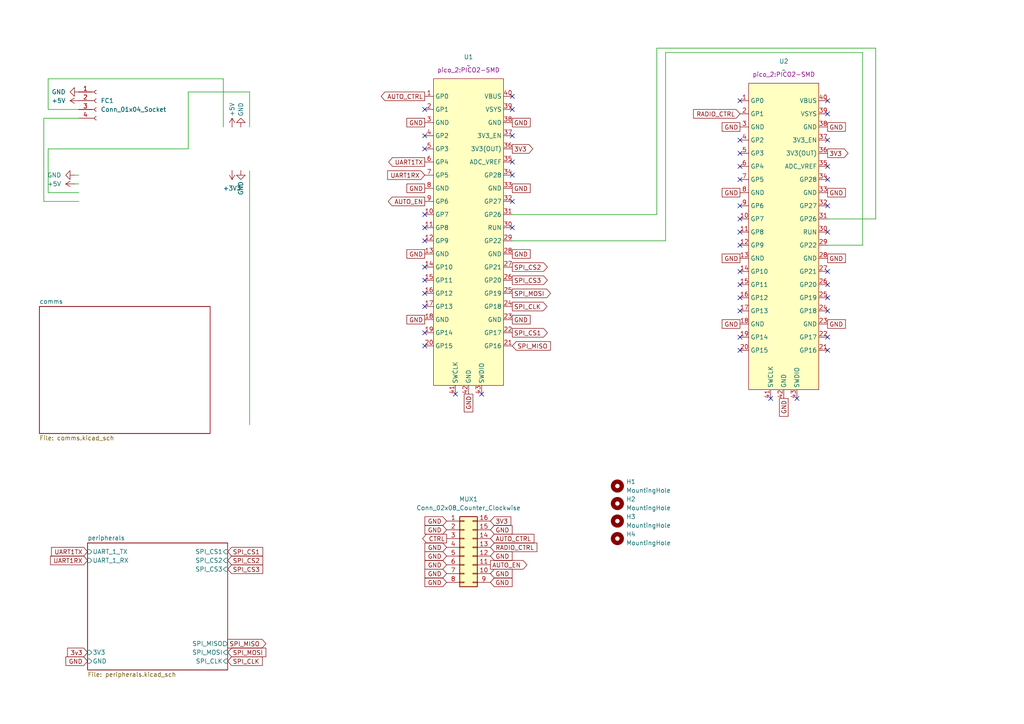
<source format=kicad_sch>
(kicad_sch (version 20250114) (generator "eeschema") (generator_version "9.0")
  (paper "A4")
  (title_block (title "aeronode") (date "2025-04-18") (rev "0.1") (company "Moonlit Garage, Inc"))
  (lib_symbols
    (symbol "Connector:Conn_01x04_Socket" (pin_names (offset 1.016) (hide yes))
      (property "Reference" "J" (at 0 5.08 0))
      (property "Value" "Conn_01x04_Socket" (at 0 -7.62 0))
      (symbol "Conn_01x04_Socket_1_1"
        (polyline (pts (xy -1.27 2.54) (xy -0.508 2.54)) (stroke (width 0.1524)))
        (polyline (pts (xy -1.27 0) (xy -0.508 0)) (stroke (width 0.1524)))
        (polyline (pts (xy -1.27 -2.54) (xy -0.508 -2.54)) (stroke (width 0.1524)))
        (polyline (pts (xy -1.27 -5.08) (xy -0.508 -5.08)) (stroke (width 0.1524)))
        (arc (start 0 2.032) (mid -0.5058 2.54) (end 0 3.048) (stroke (width 0.1524)))
        (arc (start 0 -0.508) (mid -0.5058 0) (end 0 0.508) (stroke (width 0.1524)))
        (arc (start 0 -3.048) (mid -0.5058 -2.54) (end 0 -2.032) (stroke (width 0.1524)))
        (arc (start 0 -5.588) (mid -0.5058 -5.08) (end 0 -4.572) (stroke (width 0.1524)))
        (pin passive line (at -5.08 2.54 0) (length 3.81) (name "Pin_1") (number "1"))
        (pin passive line (at -5.08 0 0) (length 3.81) (name "Pin_2") (number "2"))
        (pin passive line (at -5.08 -2.54 0) (length 3.81) (name "Pin_3") (number "3"))
        (pin passive line (at -5.08 -5.08 0) (length 3.81) (name "Pin_4") (number "4"))
      )
    )
    (symbol "Connector_Generic:Conn_02x08_Counter_Clockwise" (pin_names (offset 1.016) (hide yes))
      (property "Reference" "J" (at 1.27 10.16 0))
      (property "Value" "Conn_02x08_Counter_Clockwise" (at 1.27 -12.7 0))
      (symbol "Conn_02x08_Counter_Clockwise_1_1"
        (rectangle (start -1.27 8.89) (end 3.81 -11.43) (stroke (width 0.254)) (fill (type background)))
        (rectangle (start -1.27 7.747) (end 0 7.493) (stroke (width 0.1524)))
        (rectangle (start -1.27 5.207) (end 0 4.953) (stroke (width 0.1524)))
        (rectangle (start -1.27 2.667) (end 0 2.413) (stroke (width 0.1524)))
        (rectangle (start -1.27 0.127) (end 0 -0.127) (stroke (width 0.1524)))
        (rectangle (start -1.27 -2.413) (end 0 -2.667) (stroke (width 0.1524)))
        (rectangle (start -1.27 -4.953) (end 0 -5.207) (stroke (width 0.1524)))
        (rectangle (start -1.27 -7.493) (end 0 -7.747) (stroke (width 0.1524)))
        (rectangle (start -1.27 -10.033) (end 0 -10.287) (stroke (width 0.1524)))
        (rectangle (start 3.81 7.747) (end 2.54 7.493) (stroke (width 0.1524)))
        (rectangle (start 3.81 5.207) (end 2.54 4.953) (stroke (width 0.1524)))
        (rectangle (start 3.81 2.667) (end 2.54 2.413) (stroke (width 0.1524)))
        (rectangle (start 3.81 0.127) (end 2.54 -0.127) (stroke (width 0.1524)))
        (rectangle (start 3.81 -2.413) (end 2.54 -2.667) (stroke (width 0.1524)))
        (rectangle (start 3.81 -4.953) (end 2.54 -5.207) (stroke (width 0.1524)))
        (rectangle (start 3.81 -7.493) (end 2.54 -7.747) (stroke (width 0.1524)))
        (rectangle (start 3.81 -10.033) (end 2.54 -10.287) (stroke (width 0.1524)))
        (pin passive line (at -5.08 7.62 0) (length 3.81) (name "Pin_1") (number "1"))
        (pin passive line (at -5.08 5.08 0) (length 3.81) (name "Pin_2") (number "2"))
        (pin passive line (at -5.08 2.54 0) (length 3.81) (name "Pin_3") (number "3"))
        (pin passive line (at -5.08 0 0) (length 3.81) (name "Pin_4") (number "4"))
        (pin passive line (at -5.08 -2.54 0) (length 3.81) (name "Pin_5") (number "5"))
        (pin passive line (at -5.08 -5.08 0) (length 3.81) (name "Pin_6") (number "6"))
        (pin passive line (at -5.08 -7.62 0) (length 3.81) (name "Pin_7") (number "7"))
        (pin passive line (at -5.08 -10.16 0) (length 3.81) (name "Pin_8") (number "8"))
        (pin passive line (at 7.62 7.62 180) (length 3.81) (name "Pin_16") (number "16"))
        (pin passive line (at 7.62 5.08 180) (length 3.81) (name "Pin_15") (number "15"))
        (pin passive line (at 7.62 2.54 180) (length 3.81) (name "Pin_14") (number "14"))
        (pin passive line (at 7.62 0 180) (length 3.81) (name "Pin_13") (number "13"))
        (pin passive line (at 7.62 -2.54 180) (length 3.81) (name "Pin_12") (number "12"))
        (pin passive line (at 7.62 -5.08 180) (length 3.81) (name "Pin_11") (number "11"))
        (pin passive line (at 7.62 -7.62 180) (length 3.81) (name "Pin_10") (number "10"))
        (pin passive line (at 7.62 -10.16 180) (length 3.81) (name "Pin_9") (number "9"))
      )
    )
    (symbol "Mechanical:MountingHole" (pin_names (offset 1.016)) (in_bom no)
      (property "Reference" "H" (at 0 5.08 0))
      (property "Value" "MountingHole" (at 0 3.175 0))
      (symbol "MountingHole_0_1"
        (circle (center 0 0) (radius 1.27) (stroke (width 1.27)))
      )
    )
    (symbol "pico_2:PICO2-SMD"
      (property "Reference" "U" (at 0 7.874 0))
      (property "Footprint" "pico_2:PICO2-SMD" (at -0.254 12.446 0))
      (symbol "PICO2-SMD_1_1"
        (rectangle (start -10.16 10.16) (end 10.16 -78.74) (fill (type background)))
        (pin bidirectional line (at -12.7 5.08 0) (length 2.54) (name "GP0") (number "1"))
        (pin bidirectional line (at -12.7 1.27 0) (length 2.54) (name "GP1") (number "2"))
        (pin passive line (at -12.7 -2.54 0) (length 2.54) (name "GND") (number "3"))
        (pin bidirectional line (at -12.7 -6.35 0) (length 2.54) (name "GP2") (number "4"))
        (pin bidirectional line (at -12.7 -10.16 0) (length 2.54) (name "GP3") (number "5"))
        (pin bidirectional line (at -12.7 -13.97 0) (length 2.54) (name "GP4") (number "6"))
        (pin bidirectional line (at -12.7 -17.78 0) (length 2.54) (name "GP5") (number "7"))
        (pin passive line (at -12.7 -21.59 0) (length 2.54) (name "GND") (number "8"))
        (pin bidirectional line (at -12.7 -25.4 0) (length 2.54) (name "GP6") (number "9"))
        (pin bidirectional line (at -12.7 -29.21 0) (length 2.54) (name "GP7") (number "10"))
        (pin bidirectional line (at -12.7 -33.02 0) (length 2.54) (name "GP8") (number "11"))
        (pin bidirectional line (at -12.7 -36.83 0) (length 2.54) (name "GP9") (number "12"))
        (pin bidirectional line (at -12.7 -40.64 0) (length 2.54) (name "GND") (number "13"))
        (pin bidirectional line (at -12.7 -44.45 0) (length 2.54) (name "GP10") (number "14"))
        (pin bidirectional line (at -12.7 -48.26 0) (length 2.54) (name "GP11") (number "15"))
        (pin bidirectional line (at -12.7 -52.07 0) (length 2.54) (name "GP12") (number "16"))
        (pin bidirectional line (at -12.7 -55.88 0) (length 2.54) (name "GP13") (number "17"))
        (pin passive line (at -12.7 -59.69 0) (length 2.54) (name "GND") (number "18"))
        (pin bidirectional line (at -12.7 -63.5 0) (length 2.54) (name "GP14") (number "19"))
        (pin bidirectional line (at -12.7 -67.31 0) (length 2.54) (name "GP15") (number "20"))
        (pin output line (at -3.81 -81.28 90) (length 2.54) (name "SWCLK") (number "41"))
        (pin passive line (at 0 -81.28 90) (length 2.54) (name "GND") (number "42"))
        (pin bidirectional line (at 3.81 -81.28 90) (length 2.54) (name "SWDIO") (number "43"))
        (pin passive line (at 12.7 5.08 180) (length 2.54) (name "VBUS") (number "40"))
        (pin passive line (at 12.7 1.27 180) (length 2.54) (name "VSYS") (number "39"))
        (pin passive line (at 12.7 -2.54 180) (length 2.54) (name "GND") (number "38"))
        (pin power_out line (at 12.7 -6.35 180) (length 2.54) (name "3V3_EN") (number "37"))
        (pin power_out line (at 12.7 -10.16 180) (length 2.54) (name "3V3(OUT)") (number "36"))
        (pin passive line (at 12.7 -13.97 180) (length 2.54) (name "ADC_VREF") (number "35"))
        (pin passive line (at 12.7 -17.78 180) (length 2.54) (name "GP28") (number "34"))
        (pin passive line (at 12.7 -21.59 180) (length 2.54) (name "GND") (number "33"))
        (pin bidirectional line (at 12.7 -25.4 180) (length 2.54) (name "GP27") (number "32"))
        (pin bidirectional line (at 12.7 -29.21 180) (length 2.54) (name "GP26") (number "31"))
        (pin input line (at 12.7 -33.02 180) (length 2.54) (name "RUN") (number "30"))
        (pin bidirectional line (at 12.7 -36.83 180) (length 2.54) (name "GP22") (number "29"))
        (pin passive line (at 12.7 -40.64 180) (length 2.54) (name "GND") (number "28"))
        (pin bidirectional line (at 12.7 -44.45 180) (length 2.54) (name "GP21") (number "27"))
        (pin bidirectional line (at 12.7 -48.26 180) (length 2.54) (name "GP20") (number "26"))
        (pin bidirectional line (at 12.7 -52.07 180) (length 2.54) (name "GP19") (number "25"))
        (pin bidirectional line (at 12.7 -55.88 180) (length 2.54) (name "GP18") (number "24"))
        (pin passive line (at 12.7 -59.69 180) (length 2.54) (name "GND") (number "23"))
        (pin bidirectional line (at 12.7 -63.5 180) (length 2.54) (name "GP17") (number "22"))
        (pin bidirectional line (at 12.7 -67.31 180) (length 2.54) (name "GP16") (number "21"))
      )
    )
    (symbol "power:+3V3" (power) (pin_numbers (hide yes)) (pin_names (offset 0) (hide yes))
      (property "Value" "+3V3" (at 0 3.556 0))
      (symbol "+3V3_0_1"
        (polyline (pts (xy -0.762 1.27) (xy 0 2.54)))
        (polyline (pts (xy 0 2.54) (xy 0.762 1.27)))
        (polyline (pts (xy 0 0) (xy 0 2.54)))
      )
      (symbol "+3V3_1_1"
        (pin power_in line (at 0 0 90) (length 0) (name "~") (number "1"))
      )
    )
    (symbol "power:+5V" (power) (pin_numbers (hide yes)) (pin_names (offset 0) (hide yes))
      (property "Value" "+5V" (at 0 3.556 0))
      (symbol "+5V_0_1"
        (polyline (pts (xy -0.762 1.27) (xy 0 2.54)))
        (polyline (pts (xy 0 2.54) (xy 0.762 1.27)))
        (polyline (pts (xy 0 0) (xy 0 2.54)))
      )
      (symbol "+5V_1_1"
        (pin power_in line (at 0 0 90) (length 0) (name "~") (number "1"))
      )
    )
    (symbol "power:GND" (power) (pin_numbers (hide yes)) (pin_names (offset 0) (hide yes))
      (property "Value" "GND" (at 0 -3.81 0))
      (symbol "GND_0_1"
        (polyline (pts (xy 0 0) (xy 0 -1.27) (xy 1.27 -1.27) (xy 0 -2.54) (xy -1.27 -1.27) (xy 0 -1.27)))
      )
      (symbol "GND_1_1"
        (pin power_in line (at 0 0 270) (length 0) (name "~") (number "1"))
      )
    )
  )
  (no_connect (at 214.63 101.6))
  (no_connect (at 240.03 33.02))
  (no_connect (at 123.19 39.37))
  (no_connect (at 214.63 71.12))
  (no_connect (at 148.59 66.04))
  (no_connect (at 240.03 52.07))
  (no_connect (at 123.19 31.75))
  (no_connect (at 123.19 96.52))
  (no_connect (at 132.08 114.3))
  (no_connect (at 240.03 67.31))
  (no_connect (at 223.52 115.57))
  (no_connect (at 214.63 52.07))
  (no_connect (at 214.63 44.45))
  (no_connect (at 123.19 100.33))
  (no_connect (at 214.63 97.79))
  (no_connect (at 214.63 63.5))
  (no_connect (at 214.63 86.36))
  (no_connect (at 240.03 29.21))
  (no_connect (at 240.03 97.79))
  (no_connect (at 240.03 48.26))
  (no_connect (at 139.7 114.3))
  (no_connect (at 214.63 48.26))
  (no_connect (at 214.63 29.21))
  (no_connect (at 214.63 67.31))
  (no_connect (at 240.03 86.36))
  (no_connect (at 240.03 78.74))
  (no_connect (at 240.03 101.6))
  (no_connect (at 231.14 115.57))
  (no_connect (at 148.59 31.75))
  (no_connect (at 148.59 58.42))
  (no_connect (at 148.59 50.8))
  (no_connect (at 240.03 90.17))
  (no_connect (at 123.19 88.9))
  (no_connect (at 148.59 27.94))
  (no_connect (at 148.59 39.37))
  (no_connect (at 214.63 90.17))
  (no_connect (at 123.19 81.28))
  (no_connect (at 123.19 43.18))
  (no_connect (at 148.59 46.99))
  (no_connect (at 240.03 40.64))
  (no_connect (at 123.19 77.47))
  (no_connect (at 240.03 59.69))
  (no_connect (at 123.19 85.09))
  (no_connect (at 123.19 69.85))
  (no_connect (at 214.63 59.69))
  (no_connect (at 123.19 62.23))
  (no_connect (at 214.63 40.64))
  (no_connect (at 123.19 66.04))
  (no_connect (at 240.03 82.55))
  (no_connect (at 214.63 82.55))
  (no_connect (at 214.63 78.74))
  (wire (pts (xy 13.97 43.18) (xy 54.61 43.18)))
  (wire (pts (xy 254 63.5) (xy 240.03 63.5)))
  (wire (pts (xy 22.86 34.29) (xy 12.7 34.29)))
  (wire (pts (xy 22.86 53.34) (xy 21.59 53.34)))
  (wire (pts (xy 190.5 13.97) (xy 254 13.97)))
  (wire (pts (xy 22.86 55.88) (xy 13.97 55.88)))
  (wire (pts (xy 13.97 22.86) (xy 64.77 22.86)))
  (wire (pts (xy 13.97 31.75) (xy 13.97 22.86)))
  (wire (pts (xy 250.19 71.12) (xy 240.03 71.12)))
  (wire (pts (xy 72.39 26.67) (xy 72.39 36.83)))
  (wire (pts (xy 12.7 58.42) (xy 22.86 58.42)))
  (wire (pts (xy 193.04 69.85) (xy 193.04 15.24)))
  (wire (pts (xy 148.59 69.85) (xy 193.04 69.85)))
  (wire (pts (xy 190.5 62.23) (xy 190.5 13.97)))
  (wire (pts (xy 12.7 34.29) (xy 12.7 58.42)))
  (wire (pts (xy 13.97 55.88) (xy 13.97 43.18)))
  (wire (pts (xy 22.86 50.8) (xy 21.59 50.8)))
  (wire (pts (xy 22.86 31.75) (xy 13.97 31.75)))
  (wire (pts (xy 250.19 15.24) (xy 250.19 71.12)))
  (wire (pts (xy 148.59 62.23) (xy 190.5 62.23)))
  (wire (pts (xy 72.39 49.53) (xy 72.39 123.19)))
  (wire (pts (xy 54.61 43.18) (xy 54.61 26.67)))
  (wire (pts (xy 54.61 26.67) (xy 72.39 26.67)))
  (wire (pts (xy 64.77 22.86) (xy 64.77 36.83)))
  (wire (pts (xy 193.04 15.24) (xy 250.19 15.24)))
  (wire (pts (xy 254 13.97) (xy 254 63.5)))
  (global_label "GND" (shape passive) (at 214.63 55.88 180) (property "Intersheetrefs" "${INTERSHEET_REFS}" (effects (hide yes))))
  (global_label "GND" (shape passive) (at 148.59 92.71 0) (property "Intersheetrefs" "${INTERSHEET_REFS}" (effects (hide yes))))
  (global_label "SPI_MISO" (shape output) (at 66.04 186.69 0) (property "Intersheetrefs" "${INTERSHEET_REFS}" (effects (hide yes))))
  (global_label "GND" (shape input) (at 142.24 166.37 0) (property "Intersheetrefs" "${INTERSHEET_REFS}" (effects (hide yes))))
  (global_label "GND" (shape input) (at 142.24 168.91 0) (property "Intersheetrefs" "${INTERSHEET_REFS}" (effects (hide yes))))
  (global_label "3V3" (shape output) (at 148.59 43.18 0) (property "Intersheetrefs" "${INTERSHEET_REFS}" (effects (hide yes))))
  (global_label "GND" (shape passive) (at 214.63 74.93 180) (property "Intersheetrefs" "${INTERSHEET_REFS}" (effects (hide yes))))
  (global_label "SPI_MISO" (shape input) (at 148.59 100.33 0) (property "Intersheetrefs" "${INTERSHEET_REFS}" (effects (hide yes))))
  (global_label "SPI_CS2" (shape input) (at 66.04 162.56 0) (property "Intersheetrefs" "${INTERSHEET_REFS}" (effects (hide yes))))
  (global_label "AUTO_CTRL" (shape output) (at 123.19 27.94 180) (property "Intersheetrefs" "${INTERSHEET_REFS}" (effects (hide yes))))
  (global_label "3V3" (shape input) (at 142.24 151.13 0) (property "Intersheetrefs" "${INTERSHEET_REFS}" (effects (hide yes))))
  (global_label "GND" (shape input) (at 129.54 151.13 180) (property "Intersheetrefs" "${INTERSHEET_REFS}" (effects (hide yes))))
  (global_label "UART1TX" (shape output) (at 123.19 46.99 180) (property "Intersheetrefs" "${INTERSHEET_REFS}" (effects (hide yes))))
  (global_label "GND" (shape passive) (at 148.59 54.61 0) (property "Intersheetrefs" "${INTERSHEET_REFS}" (effects (hide yes))))
  (global_label "SPI_CS2" (shape output) (at 148.59 77.47 0) (property "Intersheetrefs" "${INTERSHEET_REFS}" (effects (hide yes))))
  (global_label "SPI_CS1" (shape output) (at 148.59 96.52 0) (property "Intersheetrefs" "${INTERSHEET_REFS}" (effects (hide yes))))
  (global_label "SPI_MOSI" (shape input) (at 66.04 189.23 0) (property "Intersheetrefs" "${INTERSHEET_REFS}" (effects (hide yes))))
  (global_label "SPI_CS3" (shape output) (at 148.59 81.28 0) (property "Intersheetrefs" "${INTERSHEET_REFS}" (effects (hide yes))))
  (global_label "SPI_CS1" (shape input) (at 66.04 160.02 0) (property "Intersheetrefs" "${INTERSHEET_REFS}" (effects (hide yes))))
  (global_label "GND" (shape passive) (at 123.19 35.56 180) (property "Intersheetrefs" "${INTERSHEET_REFS}" (effects (hide yes))))
  (global_label "GND" (shape input) (at 129.54 163.83 180) (property "Intersheetrefs" "${INTERSHEET_REFS}" (effects (hide yes))))
  (global_label "GND" (shape input) (at 129.54 161.29 180) (property "Intersheetrefs" "${INTERSHEET_REFS}" (effects (hide yes))))
  (global_label "3V3" (shape output) (at 240.03 44.45 0) (property "Intersheetrefs" "${INTERSHEET_REFS}" (effects (hide yes))))
  (global_label "GND" (shape input) (at 129.54 166.37 180) (property "Intersheetrefs" "${INTERSHEET_REFS}" (effects (hide yes))))
  (global_label "UART1RX" (shape input) (at 123.19 50.8 180) (property "Intersheetrefs" "${INTERSHEET_REFS}" (effects (hide yes))))
  (global_label "GND" (shape passive) (at 135.89 114.3 270) (property "Intersheetrefs" "${INTERSHEET_REFS}" (effects (hide yes))))
  (global_label "GND" (shape input) (at 129.54 158.75 180) (property "Intersheetrefs" "${INTERSHEET_REFS}" (effects (hide yes))))
  (global_label "AUTO_EN" (shape output) (at 142.24 163.83 0) (property "Intersheetrefs" "${INTERSHEET_REFS}" (effects (hide yes))))
  (global_label "SPI_CLK" (shape output) (at 148.59 88.9 0) (property "Intersheetrefs" "${INTERSHEET_REFS}" (effects (hide yes))))
  (global_label "GND" (shape passive) (at 214.63 93.98 180) (property "Intersheetrefs" "${INTERSHEET_REFS}" (effects (hide yes))))
  (global_label "AUTO_CTRL" (shape input) (at 142.24 156.21 0) (property "Intersheetrefs" "${INTERSHEET_REFS}" (effects (hide yes))))
  (global_label "UART1TX" (shape input) (at 25.4 160.02 180) (property "Intersheetrefs" "${INTERSHEET_REFS}" (effects (hide yes))))
  (global_label "GND" (shape passive) (at 148.59 35.56 0) (property "Intersheetrefs" "${INTERSHEET_REFS}" (effects (hide yes))))
  (global_label "GND" (shape passive) (at 123.19 92.71 180) (property "Intersheetrefs" "${INTERSHEET_REFS}" (effects (hide yes))))
  (global_label "GND" (shape input) (at 25.4 191.77 180) (property "Intersheetrefs" "${INTERSHEET_REFS}" (effects (hide yes))))
  (global_label "SPI_CS3" (shape input) (at 66.04 165.1 0) (property "Intersheetrefs" "${INTERSHEET_REFS}" (effects (hide yes))))
  (global_label "SPI_MOSI" (shape output) (at 148.59 85.09 0) (property "Intersheetrefs" "${INTERSHEET_REFS}" (effects (hide yes))))
  (global_label "UART1RX" (shape input) (at 25.4 162.56 180) (property "Intersheetrefs" "${INTERSHEET_REFS}" (effects (hide yes))))
  (global_label "GND" (shape passive) (at 214.63 36.83 180) (property "Intersheetrefs" "${INTERSHEET_REFS}" (effects (hide yes))))
  (global_label "3v3" (shape input) (at 25.4 189.23 180) (property "Intersheetrefs" "${INTERSHEET_REFS}" (effects (hide yes))))
  (global_label "RADIO_CTRL" (shape input) (at 214.63 33.02 180) (property "Intersheetrefs" "${INTERSHEET_REFS}" (effects (hide yes))))
  (global_label "GND" (shape passive) (at 123.19 54.61 180) (property "Intersheetrefs" "${INTERSHEET_REFS}" (effects (hide yes))))
  (global_label "AUTO_EN" (shape output) (at 123.19 58.42 180) (property "Intersheetrefs" "${INTERSHEET_REFS}" (effects (hide yes))))
  (global_label "GND" (shape input) (at 142.24 153.67 0) (property "Intersheetrefs" "${INTERSHEET_REFS}" (effects (hide yes))))
  (global_label "GND" (shape passive) (at 227.33 115.57 270) (property "Intersheetrefs" "${INTERSHEET_REFS}" (effects (hide yes))))
  (global_label "GND" (shape input) (at 129.54 153.67 180) (property "Intersheetrefs" "${INTERSHEET_REFS}" (effects (hide yes))))
  (global_label "CTRL" (shape output) (at 129.54 156.21 180) (property "Intersheetrefs" "${INTERSHEET_REFS}" (effects (hide yes))))
  (global_label "GND" (shape passive) (at 240.03 93.98 0) (property "Intersheetrefs" "${INTERSHEET_REFS}" (effects (hide yes))))
  (global_label "SPI_CLK" (shape input) (at 66.04 191.77 0) (property "Intersheetrefs" "${INTERSHEET_REFS}" (effects (hide yes))))
  (global_label "GND" (shape passive) (at 148.59 73.66 0) (property "Intersheetrefs" "${INTERSHEET_REFS}" (effects (hide yes))))
  (global_label "GND" (shape passive) (at 240.03 36.83 0) (property "Intersheetrefs" "${INTERSHEET_REFS}" (effects (hide yes))))
  (global_label "RADIO_CTRL" (shape input) (at 142.24 158.75 0) (property "Intersheetrefs" "${INTERSHEET_REFS}" (effects (hide yes))))
  (global_label "GND" (shape passive) (at 123.19 73.66 180) (property "Intersheetrefs" "${INTERSHEET_REFS}" (effects (hide yes))))
  (global_label "GND" (shape input) (at 129.54 168.91 180) (property "Intersheetrefs" "${INTERSHEET_REFS}" (effects (hide yes))))
  (global_label "GND" (shape input) (at 142.24 161.29 0) (property "Intersheetrefs" "${INTERSHEET_REFS}" (effects (hide yes))))
  (global_label "GND" (shape passive) (at 240.03 55.88 0) (property "Intersheetrefs" "${INTERSHEET_REFS}" (effects (hide yes))))
  (global_label "GND" (shape passive) (at 240.03 74.93 0) (property "Intersheetrefs" "${INTERSHEET_REFS}" (effects (hide yes))))
  (symbol (lib_id "power:+5V") (at 67.31 36.83 0) (unit 1)
    (property "Reference" "#PWR036" (effects (hide yes)))
    (property "Value" "+5V" (at 67.31 31.75 90))
    (property "Description" "Power symbol creates a global label with name \"+5V\"" (effects (hide yes)))
  )
  (symbol (lib_id "Mechanical:MountingHole") (at 179.07 140.97 0) (unit 1) (in_bom no)
    (property "Reference" "H1" (at 181.61 139.6999 0) (effects (justify left)))
    (property "Value" "MountingHole" (at 181.61 142.2399 0) (effects (justify left)))
    (property "Description" "Mounting Hole without connection" (effects (hide yes)))
  )
  (symbol (lib_id "power:+3V3") (at 67.31 49.53 180) (unit 1)
    (property "Reference" "#PWR038" (effects (hide yes)))
    (property "Value" "+3V3" (at 67.31 54.61 0))
    (property "Description" "Power symbol creates a global label with name \"+3V3\"" (effects (hide yes)))
  )
  (symbol (lib_id "Mechanical:MountingHole") (at 179.07 151.13 0) (unit 1) (in_bom no)
    (property "Reference" "H3" (at 181.61 149.8599 0) (effects (justify left)))
    (property "Value" "MountingHole" (at 181.61 152.3999 0) (effects (justify left)))
    (property "Description" "Mounting Hole without connection" (effects (hide yes)))
  )
  (symbol (lib_id "power:+5V") (at 22.86 29.21 90) (unit 1)
    (property "Reference" "#PWR028" (effects (hide yes)))
    (property "Value" "+5V" (at 19.05 29.2099 90) (effects (justify left)))
    (property "Description" "Power symbol creates a global label with name \"+5V\"" (effects (hide yes)))
  )
  (symbol (lib_id "power:GND") (at 69.85 36.83 180) (unit 1)
    (property "Reference" "#PWR04" (effects (hide yes)))
    (property "Value" "GND" (at 69.85 31.75 90))
    (property "Description" "Power symbol creates a global label with name \"GND\" , ground" (effects (hide yes)))
  )
  (symbol (lib_id "Mechanical:MountingHole") (at 179.07 146.05 0) (unit 1) (in_bom no)
    (property "Reference" "H2" (at 181.61 144.7799 0) (effects (justify left)))
    (property "Value" "MountingHole" (at 181.61 147.3199 0) (effects (justify left)))
    (property "Description" "Mounting Hole without connection" (effects (hide yes)))
  )
  (symbol (lib_id "Connector_Generic:Conn_02x08_Counter_Clockwise") (at 134.62 158.75 0) (unit 1)
    (property "Reference" "MUX1" (at 135.89 144.78 0))
    (property "Value" "Conn_02x08_Counter_Clockwise" (at 135.89 147.32 0))
    (property "Footprint" "Connector_PinHeader_2.54mm:PinHeader_2x8_2.54mm_7.62mm" (effects (hide yes)))
    (property "Description" "Generic connector, double row, 02x08, counter clockwise pin numbering scheme (similar to DIP package numbering), script generated (kicad-library-utils/schlib/autogen/connector/)" (effects (hide yes)))
  )
  (symbol (lib_id "power:GND") (at 21.59 50.8 270) (unit 1)
    (property "Reference" "#PWR02" (effects (hide yes)))
    (property "Value" "GND" (at 17.78 50.7999 90) (effects (justify right)))
    (property "Description" "Power symbol creates a global label with name \"GND\" , ground" (effects (hide yes)))
  )
  (symbol (lib_id "power:GND") (at 22.86 26.67 270) (unit 1)
    (property "Reference" "#PWR01" (effects (hide yes)))
    (property "Value" "GND" (at 19.05 26.6699 90) (effects (justify right)))
    (property "Description" "Power symbol creates a global label with name \"GND\" , ground" (effects (hide yes)))
  )
  (symbol (lib_id "pico_2:PICO2-SMD") (at 227.33 34.29 0) (unit 1)
    (property "Reference" "U2" (at 227.33 17.78 0))
    (property "Value" "~" (at 227.33 20.32 0))
    (property "Footprint" "pico_2:PICO2-SMD" (at 227.33 21.59 0))
  )
  (symbol (lib_id "Connector:Conn_01x04_Socket") (at 27.94 29.21 0) (unit 1)
    (property "Reference" "FC1" (at 29.21 29.2099 0) (effects (justify left)))
    (property "Value" "Conn_01x04_Socket" (at 29.21 31.7499 0) (effects (justify left)))
    (property "Footprint" "Connector_PinSocket_2.54mm:PinSocket_1x04_P2.54mm_Vertical" (effects (hide yes)))
    (property "Description" "Generic connector, single row, 01x04, script generated" (effects (hide yes)))
  )
  (symbol (lib_id "power:+5V") (at 21.59 53.34 90) (unit 1)
    (property "Reference" "#PWR037" (effects (hide yes)))
    (property "Value" "+5V" (at 17.78 53.3399 90) (effects (justify left)))
    (property "Description" "Power symbol creates a global label with name \"+5V\"" (effects (hide yes)))
  )
  (symbol (lib_id "pico_2:PICO2-SMD") (at 135.89 33.02 0) (unit 1)
    (property "Reference" "U1" (at 135.89 16.51 0))
    (property "Value" "~" (at 135.89 19.05 0))
    (property "Footprint" "pico_2:PICO2-SMD" (at 135.89 20.32 0))
  )
  (symbol (lib_id "Mechanical:MountingHole") (at 179.07 156.21 0) (unit 1) (in_bom no)
    (property "Reference" "H4" (at 181.61 154.9399 0) (effects (justify left)))
    (property "Value" "MountingHole" (at 181.61 157.4799 0) (effects (justify left)))
    (property "Description" "Mounting Hole without connection" (effects (hide yes)))
  )
  (symbol (lib_id "power:GND") (at 69.85 49.53 0) (unit 1)
    (property "Reference" "#PWR03" (effects (hide yes)))
    (property "Value" "GND" (at 69.85 54.61 90))
    (property "Description" "Power symbol creates a global label with name \"GND\" , ground" (effects (hide yes)))
  )
  (sheet (at 25.4 157.48) (size 40.64 36.83) (stroke (width 0.1524))
    (property "Sheetname" "peripherals" (at 25.4 156.7684 0) (effects (justify left bottom)))
    (property "Sheetfile" "peripherals.kicad_sch" (at 25.4 194.8946 0) (effects (justify left top)))
    (pin "GND" input (at 25.4 191.77 180))
    (pin "UART_1_RX" input (at 25.4 162.56 180))
    (pin "UART_1_TX" input (at 25.4 160.02 180))
    (pin "3V3" input (at 25.4 189.23 180))
    (pin "SPI_CLK" input (at 66.04 191.77 0))
    (pin "SPI_CS1" input (at 66.04 160.02 0))
    (pin "SPI_CS2" input (at 66.04 162.56 0))
    (pin "SPI_CS3" input (at 66.04 165.1 0))
    (pin "SPI_MISO" output (at 66.04 186.69 0))
    (pin "SPI_MOSI" input (at 66.04 189.23 0))
  )
  (sheet (at 11.43 88.9) (size 49.53 36.83) (stroke (width 0.1524))
    (property "Sheetname" "comms" (at 11.43 88.1884 0) (effects (justify left bottom)))
    (property "Sheetfile" "comms.kicad_sch" (at 11.43 126.3146 0) (effects (justify left top)))
  )
)
</source>
